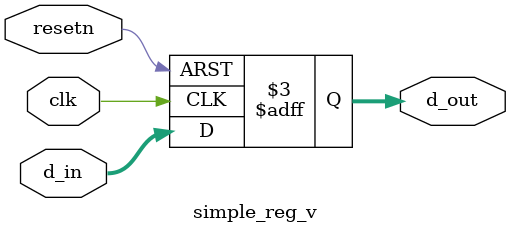
<source format=v>
/*
*  File            :   simple_reg_v.v
*  Autor           :   Vlasov D.V.
*  Data            :   2019.08.20
*  Language        :   Verilog
*  Description     :   This is simple register
*  Copyright(c)    :   2019 Vlasov D.V.
*/

module simple_reg_v
(
    // clock and reset
    input   wire    [0 : 0]     clk,    // clock
    input   wire    [0 : 0]     resetn, // reset
    // data
    input   wire    [7 : 0]     d_in,   // data input
    output  reg     [7 : 0]     d_out   // data output
);

    always @(posedge clk, negedge resetn)
        if( !resetn )
            d_out <= 8'b0;
        else    
            d_out <= d_in;

endmodule // simple_reg_v

</source>
